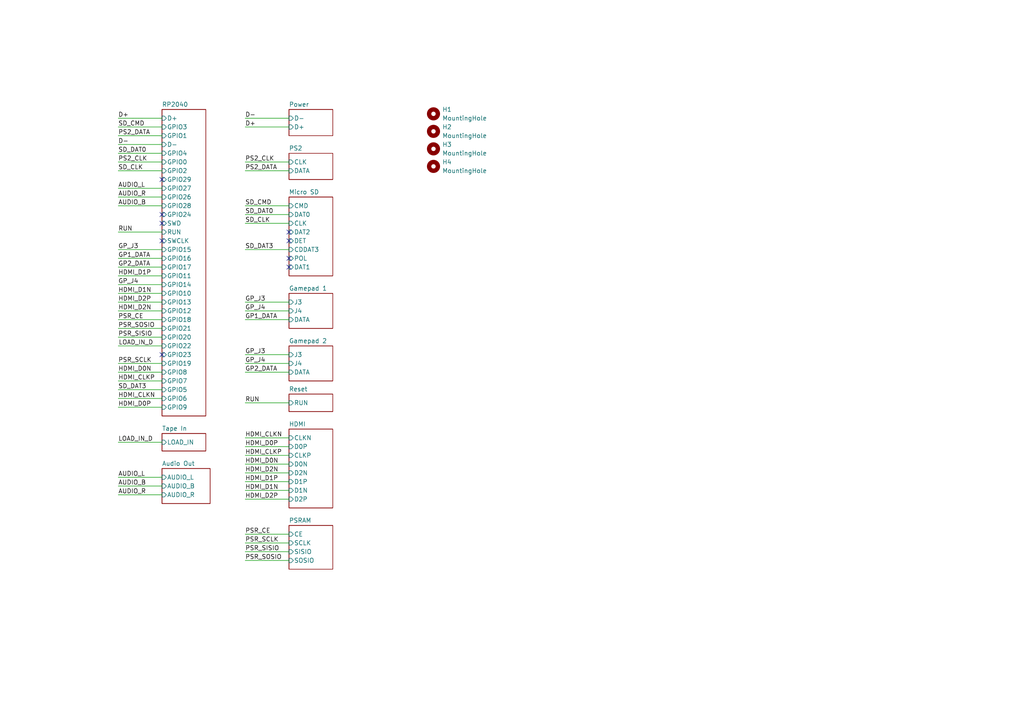
<source format=kicad_sch>
(kicad_sch (version 20231120) (generator "eeschema") (generator_version "8.0")
  (paper "A4")
  (title_block (title "MiniFRANK") (date "2025-01-12") (rev "2.0") (company "Mikhail Matveev") (comment 1 "https://github.com/xtremespb/frank"))
  (lib_symbols
    (symbol "Mechanical:MountingHole" (pin_names (offset 1.016)) (exclude_from_sim yes) (in_bom no)
      (property "Reference" "H" (at 0 5.08 0))
      (property "Value" "MountingHole" (at 0 3.175 0))
      (symbol "MountingHole_0_1"
        (circle (center 0 0) (radius 1.27) (stroke (width 1.27)))
      )
    )
  )
  (no_connect (at 83.82 77.47))
  (no_connect (at 46.99 62.23))
  (no_connect (at 83.82 74.93))
  (no_connect (at 46.99 69.85))
  (no_connect (at 46.99 102.87))
  (no_connect (at 83.82 69.85))
  (no_connect (at 83.82 67.31))
  (no_connect (at 46.99 64.77))
  (no_connect (at 46.99 52.07))
  (wire (pts (xy 34.29 115.57) (xy 46.99 115.57)))
  (wire (pts (xy 34.29 77.47) (xy 46.99 77.47)))
  (wire (pts (xy 71.12 49.53) (xy 83.82 49.53)))
  (wire (pts (xy 34.29 128.27) (xy 46.99 128.27)))
  (wire (pts (xy 34.29 110.49) (xy 46.99 110.49)))
  (wire (pts (xy 34.29 140.97) (xy 46.99 140.97)))
  (wire (pts (xy 71.12 62.23) (xy 83.82 62.23)))
  (wire (pts (xy 34.29 82.55) (xy 46.99 82.55)))
  (wire (pts (xy 34.29 105.41) (xy 46.99 105.41)))
  (wire (pts (xy 71.12 139.7) (xy 83.82 139.7)))
  (wire (pts (xy 34.29 100.33) (xy 46.99 100.33)))
  (wire (pts (xy 34.29 118.11) (xy 46.99 118.11)))
  (wire (pts (xy 34.29 74.93) (xy 46.99 74.93)))
  (wire (pts (xy 34.29 92.71) (xy 46.99 92.71)))
  (wire (pts (xy 34.29 57.15) (xy 46.99 57.15)))
  (wire (pts (xy 34.29 97.79) (xy 46.99 97.79)))
  (wire (pts (xy 34.29 90.17) (xy 46.99 90.17)))
  (wire (pts (xy 71.12 92.71) (xy 83.82 92.71)))
  (wire (pts (xy 34.29 113.03) (xy 46.99 113.03)))
  (wire (pts (xy 34.29 44.45) (xy 46.99 44.45)))
  (wire (pts (xy 34.29 49.53) (xy 46.99 49.53)))
  (wire (pts (xy 71.12 157.48) (xy 83.82 157.48)))
  (wire (pts (xy 34.29 143.51) (xy 46.99 143.51)))
  (wire (pts (xy 71.12 36.83) (xy 83.82 36.83)))
  (wire (pts (xy 71.12 134.62) (xy 83.82 134.62)))
  (wire (pts (xy 71.12 34.29) (xy 83.82 34.29)))
  (wire (pts (xy 71.12 102.87) (xy 83.82 102.87)))
  (wire (pts (xy 71.12 129.54) (xy 83.82 129.54)))
  (wire (pts (xy 71.12 127) (xy 83.82 127)))
  (wire (pts (xy 34.29 107.95) (xy 46.99 107.95)))
  (wire (pts (xy 71.12 72.39) (xy 83.82 72.39)))
  (wire (pts (xy 34.29 72.39) (xy 46.99 72.39)))
  (wire (pts (xy 34.29 36.83) (xy 46.99 36.83)))
  (wire (pts (xy 34.29 34.29) (xy 46.99 34.29)))
  (wire (pts (xy 34.29 80.01) (xy 46.99 80.01)))
  (wire (pts (xy 71.12 107.95) (xy 83.82 107.95)))
  (wire (pts (xy 34.29 95.25) (xy 46.99 95.25)))
  (wire (pts (xy 71.12 142.24) (xy 83.82 142.24)))
  (wire (pts (xy 34.29 85.09) (xy 46.99 85.09)))
  (wire (pts (xy 34.29 138.43) (xy 46.99 138.43)))
  (wire (pts (xy 71.12 160.02) (xy 83.82 160.02)))
  (wire (pts (xy 34.29 41.91) (xy 46.99 41.91)))
  (wire (pts (xy 71.12 46.99) (xy 83.82 46.99)))
  (wire (pts (xy 71.12 154.94) (xy 83.82 154.94)))
  (wire (pts (xy 71.12 132.08) (xy 83.82 132.08)))
  (wire (pts (xy 34.29 54.61) (xy 46.99 54.61)))
  (wire (pts (xy 71.12 87.63) (xy 83.82 87.63)))
  (wire (pts (xy 34.29 87.63) (xy 46.99 87.63)))
  (wire (pts (xy 71.12 90.17) (xy 83.82 90.17)))
  (wire (pts (xy 71.12 116.84) (xy 83.82 116.84)))
  (wire (pts (xy 34.29 46.99) (xy 46.99 46.99)))
  (wire (pts (xy 34.29 67.31) (xy 46.99 67.31)))
  (wire (pts (xy 71.12 105.41) (xy 83.82 105.41)))
  (wire (pts (xy 34.29 39.37) (xy 46.99 39.37)))
  (wire (pts (xy 71.12 162.56) (xy 83.82 162.56)))
  (wire (pts (xy 71.12 137.16) (xy 83.82 137.16)))
  (wire (pts (xy 34.29 59.69) (xy 46.99 59.69)))
  (wire (pts (xy 71.12 64.77) (xy 83.82 64.77)))
  (wire (pts (xy 71.12 144.78) (xy 83.82 144.78)))
  (wire (pts (xy 71.12 59.69) (xy 83.82 59.69)))
  (label "SD_CLK" (at 34.29 49.53 0))
  (label "HDMI_D0N" (at 34.29 107.95 0))
  (label "D+" (at 71.12 36.83 0))
  (label "PS2_CLK" (at 34.29 46.99 0))
  (label "HDMI_CLKP" (at 71.12 132.08 0))
  (label "LOAD_IN_D" (at 44.45 100.33 180))
  (label "GP_J4" (at 71.12 105.41 0))
  (label "GP_J3" (at 71.12 102.87 0))
  (label "PSR_SCLK" (at 71.12 157.48 0))
  (label "SD_CMD" (at 71.12 59.69 0))
  (label "AUDIO_L" (at 34.29 138.43 0))
  (label "GP1_DATA" (at 71.12 92.71 0))
  (label "GP_J4" (at 34.29 82.55 0))
  (label "AUDIO_R" (at 34.29 57.15 0))
  (label "PSR_SISIO" (at 71.12 160.02 0))
  (label "D+" (at 34.29 34.29 0))
  (label "GP_J4" (at 71.12 90.17 0))
  (label "PS2_DATA" (at 71.12 49.53 0))
  (label "LOAD_IN_D" (at 34.29 128.27 0))
  (label "PSR_CE" (at 71.12 154.94 0))
  (label "HDMI_D1N" (at 34.29 85.09 0))
  (label "SD_DAT3" (at 71.12 72.39 0))
  (label "HDMI_D2N" (at 71.12 137.16 0))
  (label "AUDIO_B" (at 34.29 140.97 0))
  (label "HDMI_CLKN" (at 34.29 115.57 0))
  (label "SD_DAT0" (at 34.29 44.45 0))
  (label "HDMI_D0P" (at 34.29 118.11 0))
  (label "HDMI_D2N" (at 34.29 90.17 0))
  (label "PSR_SCLK" (at 34.29 105.41 0))
  (label "PS2_CLK" (at 71.12 46.99 0))
  (label "SD_DAT3" (at 34.29 113.03 0))
  (label "AUDIO_R" (at 34.29 143.51 0))
  (label "HDMI_CLKP" (at 34.29 110.49 0))
  (label "PSR_SOSIO" (at 34.29 95.25 0))
  (label "PSR_CE" (at 34.29 92.71 0))
  (label "HDMI_D2P" (at 71.12 144.78 0))
  (label "RUN" (at 34.29 67.31 0))
  (label "AUDIO_L" (at 34.29 54.61 0))
  (label "SD_CLK" (at 71.12 64.77 0))
  (label "HDMI_CLKN" (at 71.12 127 0))
  (label "GP1_DATA" (at 34.29 74.93 0))
  (label "HDMI_D1P" (at 34.29 80.01 0))
  (label "GP2_DATA" (at 71.12 107.95 0))
  (label "GP_J3" (at 34.29 72.39 0))
  (label "PS2_DATA" (at 34.29 39.37 0))
  (label "HDMI_D0N" (at 71.12 134.62 0))
  (label "HDMI_D1P" (at 71.12 139.7 0))
  (label "RUN" (at 71.12 116.84 0))
  (label "SD_CMD" (at 34.29 36.83 0))
  (label "PSR_SOSIO" (at 71.12 162.56 0))
  (label "HDMI_D2P" (at 34.29 87.63 0))
  (label "PSR_SISIO" (at 34.29 97.79 0))
  (label "SD_DAT0" (at 71.12 62.23 0))
  (label "GP_J3" (at 71.12 87.63 0))
  (label "D-" (at 71.12 34.29 0))
  (label "HDMI_D0P" (at 71.12 129.54 0))
  (label "GP2_DATA" (at 34.29 77.47 0))
  (label "HDMI_D1N" (at 71.12 142.24 0))
  (label "AUDIO_B" (at 34.29 59.69 0))
  (label "D-" (at 34.29 41.91 0))
  (symbol (lib_id "Mechanical:MountingHole") (at 125.73 43.18 0) (unit 1) (exclude_from_sim yes) (in_bom no)
    (property "Reference" "H3" (at 128.27 41.9099 0) (effects (justify left)))
    (property "Value" "MountingHole" (at 128.27 44.4499 0) (effects (justify left)))
    (property "Footprint" "LIBS:MountingHole_2.7" (effects (hide yes)))
    (property "Description" "Mounting Hole without connection" (effects (hide yes)))
  )
  (symbol (lib_id "Mechanical:MountingHole") (at 125.73 38.1 0) (unit 1) (exclude_from_sim yes) (in_bom no)
    (property "Reference" "H2" (at 128.27 36.8299 0) (effects (justify left)))
    (property "Value" "MountingHole" (at 128.27 39.3699 0) (effects (justify left)))
    (property "Footprint" "LIBS:MountingHole_2.7" (effects (hide yes)))
    (property "Description" "Mounting Hole without connection" (effects (hide yes)))
  )
  (symbol (lib_id "Mechanical:MountingHole") (at 125.73 48.26 0) (unit 1) (exclude_from_sim yes) (in_bom no)
    (property "Reference" "H4" (at 128.27 46.9899 0) (effects (justify left)))
    (property "Value" "MountingHole" (at 128.27 49.5299 0) (effects (justify left)))
    (property "Footprint" "LIBS:MountingHole_2.7" (effects (hide yes)))
    (property "Description" "Mounting Hole without connection" (effects (hide yes)))
  )
  (symbol (lib_id "Mechanical:MountingHole") (at 125.73 33.02 0) (unit 1) (exclude_from_sim yes) (in_bom no)
    (property "Reference" "H1" (at 128.27 31.7499 0) (effects (justify left)))
    (property "Value" "MountingHole" (at 128.27 34.2899 0) (effects (justify left)))
    (property "Footprint" "LIBS:MountingHole_2.7" (effects (hide yes)))
    (property "Description" "Mounting Hole without connection" (effects (hide yes)))
  )
  (sheet (at 83.82 57.15) (size 12.7 22.86) (stroke (width 0.1524))
    (property "Sheetname" "Micro SD" (at 83.82 56.4384 0) (effects (justify left bottom)))
    (property "Sheetfile" "sd.kicad_sch" (effects (hide yes)))
    (pin "CMD" input (at 83.82 59.69 180))
    (pin "DAT0" input (at 83.82 62.23 180))
    (pin "CLK" input (at 83.82 64.77 180))
    (pin "DAT2" input (at 83.82 67.31 180))
    (pin "DET" input (at 83.82 69.85 180))
    (pin "CDDAT3" input (at 83.82 72.39 180))
    (pin "POL" input (at 83.82 74.93 180))
    (pin "DAT1" input (at 83.82 77.47 180))
  )
  (sheet (at 83.82 114.3) (size 12.7 5.08) (stroke (width 0.1524))
    (property "Sheetname" "Reset" (at 83.82 113.5884 0) (effects (justify left bottom)))
    (property "Sheetfile" "reset.kicad_sch" (effects (hide yes)))
    (pin "RUN" input (at 83.82 116.84 180))
  )
  (sheet (at 46.99 125.73) (size 12.7 5.08) (stroke (width 0.1524))
    (property "Sheetname" "Tape In" (at 46.99 125.0184 0) (effects (justify left bottom)))
    (property "Sheetfile" "tape.kicad_sch" (effects (hide yes)))
    (pin "LOAD_IN" input (at 46.99 128.27 180))
  )
  (sheet (at 83.82 31.75) (size 12.7 7.62) (stroke (width 0.1524))
    (property "Sheetname" "Power" (at 83.82 31.0384 0) (effects (justify left bottom)))
    (property "Sheetfile" "power.kicad_sch" (effects (hide yes)))
    (pin "D-" input (at 83.82 34.29 180))
    (pin "D+" input (at 83.82 36.83 180))
  )
  (sheet (at 83.82 85.09) (size 12.7 10.16) (stroke (width 0.1524))
    (property "Sheetname" "Gamepad 1" (at 83.82 84.3784 0) (effects (justify left bottom)))
    (property "Sheetfile" "gamepad.kicad_sch" (effects (hide yes)))
    (pin "J3" input (at 83.82 87.63 180))
    (pin "J4" input (at 83.82 90.17 180))
    (pin "DATA" input (at 83.82 92.71 180))
  )
  (sheet (at 83.82 44.45) (size 12.7 7.62) (stroke (width 0.1524))
    (property "Sheetname" "PS2" (at 83.82 43.7384 0) (effects (justify left bottom)))
    (property "Sheetfile" "ps2.kicad_sch" (effects (hide yes)))
    (pin "CLK" input (at 83.82 46.99 180))
    (pin "DATA" input (at 83.82 49.53 180))
  )
  (sheet (at 46.99 31.75) (size 12.7 88.9) (stroke (width 0.1524))
    (property "Sheetname" "RP2040" (at 46.99 31.0384 0) (effects (justify left bottom)))
    (property "Sheetfile" "rp2040.kicad_sch" (effects (hide yes)))
    (pin "D+" input (at 46.99 34.29 180))
    (pin "GPIO3" input (at 46.99 36.83 180))
    (pin "GPIO1" input (at 46.99 39.37 180))
    (pin "D-" input (at 46.99 41.91 180))
    (pin "GPIO4" input (at 46.99 44.45 180))
    (pin "GPIO0" input (at 46.99 46.99 180))
    (pin "GPIO2" input (at 46.99 49.53 180))
    (pin "GPIO29" input (at 46.99 52.07 180))
    (pin "GPIO27" input (at 46.99 54.61 180))
    (pin "GPIO26" input (at 46.99 57.15 180))
    (pin "GPIO28" input (at 46.99 59.69 180))
    (pin "GPIO24" input (at 46.99 62.23 180))
    (pin "SWD" input (at 46.99 64.77 180))
    (pin "RUN" input (at 46.99 67.31 180))
    (pin "SWCLK" input (at 46.99 69.85 180))
    (pin "GPIO15" input (at 46.99 72.39 180))
    (pin "GPIO16" input (at 46.99 74.93 180))
    (pin "GPIO17" input (at 46.99 77.47 180))
    (pin "GPIO11" input (at 46.99 80.01 180))
    (pin "GPIO14" input (at 46.99 82.55 180))
    (pin "GPIO10" input (at 46.99 85.09 180))
    (pin "GPIO13" input (at 46.99 87.63 180))
    (pin "GPIO12" input (at 46.99 90.17 180))
    (pin "GPIO18" input (at 46.99 92.71 180))
    (pin "GPIO21" input (at 46.99 95.25 180))
    (pin "GPIO20" input (at 46.99 97.79 180))
    (pin "GPIO22" input (at 46.99 100.33 180))
    (pin "GPIO23" input (at 46.99 102.87 180))
    (pin "GPIO19" input (at 46.99 105.41 180))
    (pin "GPIO8" input (at 46.99 107.95 180))
    (pin "GPIO7" input (at 46.99 110.49 180))
    (pin "GPIO5" input (at 46.99 113.03 180))
    (pin "GPIO6" input (at 46.99 115.57 180))
    (pin "GPIO9" input (at 46.99 118.11 180))
  )
  (sheet (at 83.82 152.4) (size 12.7 12.7) (stroke (width 0.1524))
    (property "Sheetname" "PSRAM" (at 83.82 151.6884 0) (effects (justify left bottom)))
    (property "Sheetfile" "psram.kicad_sch" (effects (hide yes)))
    (pin "CE" input (at 83.82 154.94 180))
    (pin "SCLK" input (at 83.82 157.48 180))
    (pin "SISIO" input (at 83.82 160.02 180))
    (pin "SOSIO" input (at 83.82 162.56 180))
  )
  (sheet (at 83.82 124.46) (size 12.7 22.86) (stroke (width 0.1524))
    (property "Sheetname" "HDMI" (at 83.82 123.7484 0) (effects (justify left bottom)))
    (property "Sheetfile" "hdmi.kicad_sch" (effects (hide yes)))
    (pin "CLKN" input (at 83.82 127 180))
    (pin "D0P" input (at 83.82 129.54 180))
    (pin "CLKP" input (at 83.82 132.08 180))
    (pin "D0N" input (at 83.82 134.62 180))
    (pin "D2N" input (at 83.82 137.16 180))
    (pin "D1P" input (at 83.82 139.7 180))
    (pin "D1N" input (at 83.82 142.24 180))
    (pin "D2P" input (at 83.82 144.78 180))
  )
  (sheet (at 83.82 100.33) (size 12.7 10.16) (stroke (width 0.1524))
    (property "Sheetname" "Gamepad 2" (at 83.82 99.6184 0) (effects (justify left bottom)))
    (property "Sheetfile" "gamepad.kicad_sch" (effects (hide yes)))
    (pin "J3" input (at 83.82 102.87 180))
    (pin "J4" input (at 83.82 105.41 180))
    (pin "DATA" input (at 83.82 107.95 180))
  )
  (sheet (at 46.99 135.89) (size 13.97 10.16) (stroke (width 0.1524))
    (property "Sheetname" "Audio Out" (at 46.99 135.1784 0) (effects (justify left bottom)))
    (property "Sheetfile" "audio.kicad_sch" (effects (hide yes)))
    (pin "AUDIO_L" input (at 46.99 138.43 180))
    (pin "AUDIO_B" input (at 46.99 140.97 180))
    (pin "AUDIO_R" input (at 46.99 143.51 180))
  )
)
</source>
